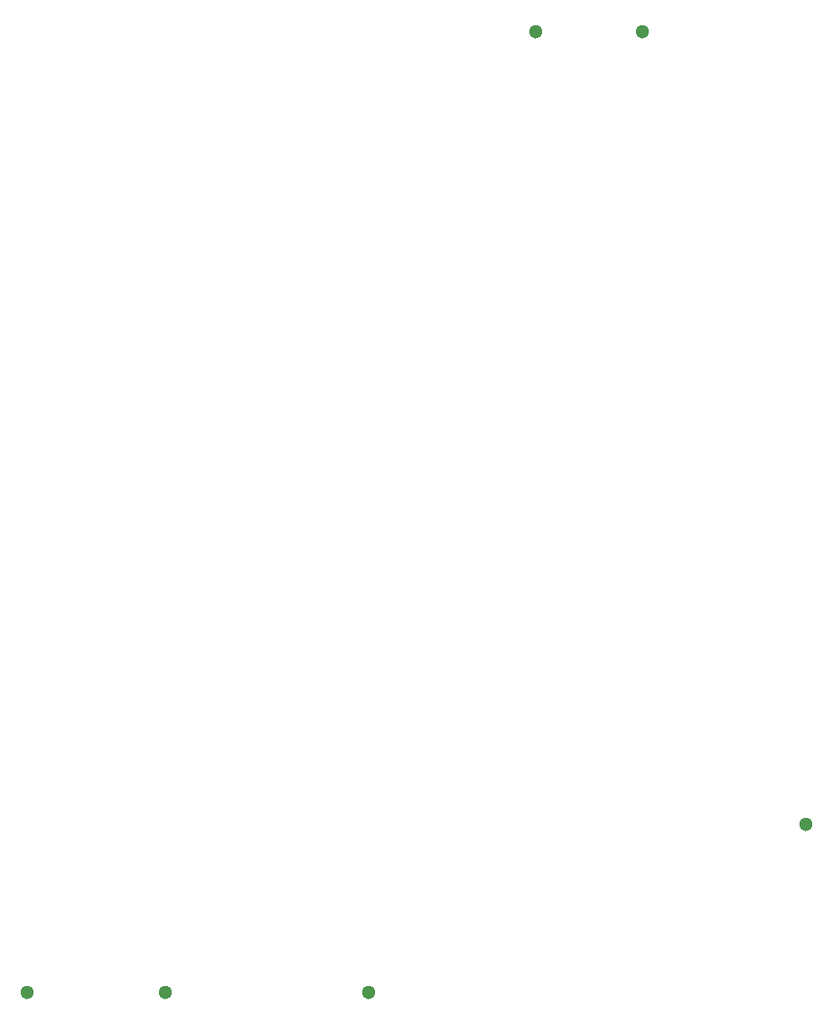
<source format=gbr>
%TF.GenerationSoftware,KiCad,Pcbnew,9.0.2*%
%TF.CreationDate,2025-06-04T20:05:58+07:00*%
%TF.ProjectId,Torque Vectoring Board,546f7271-7565-4205-9665-63746f72696e,rev?*%
%TF.SameCoordinates,Original*%
%TF.FileFunction,NonPlated,1,2,NPTH,Drill*%
%TF.FilePolarity,Positive*%
%FSLAX46Y46*%
G04 Gerber Fmt 4.6, Leading zero omitted, Abs format (unit mm)*
G04 Created by KiCad (PCBNEW 9.0.2) date 2025-06-04 20:05:58*
%MOMM*%
%LPD*%
G01*
G04 APERTURE LIST*
%TA.AperFunction,ComponentDrill*%
%ADD10C,1.300000*%
%TD*%
G04 APERTURE END LIST*
D10*
%TO.C,12Vin1*%
X66582000Y-134388000D03*
%TO.C,J1*%
X79582000Y-134388000D03*
%TO.C,J2*%
X98582000Y-134388000D03*
%TO.C,J3*%
X114250000Y-44340000D03*
%TO.C,J4*%
X124250000Y-44340000D03*
%TO.C,5Vin1*%
X139615000Y-118618000D03*
M02*

</source>
